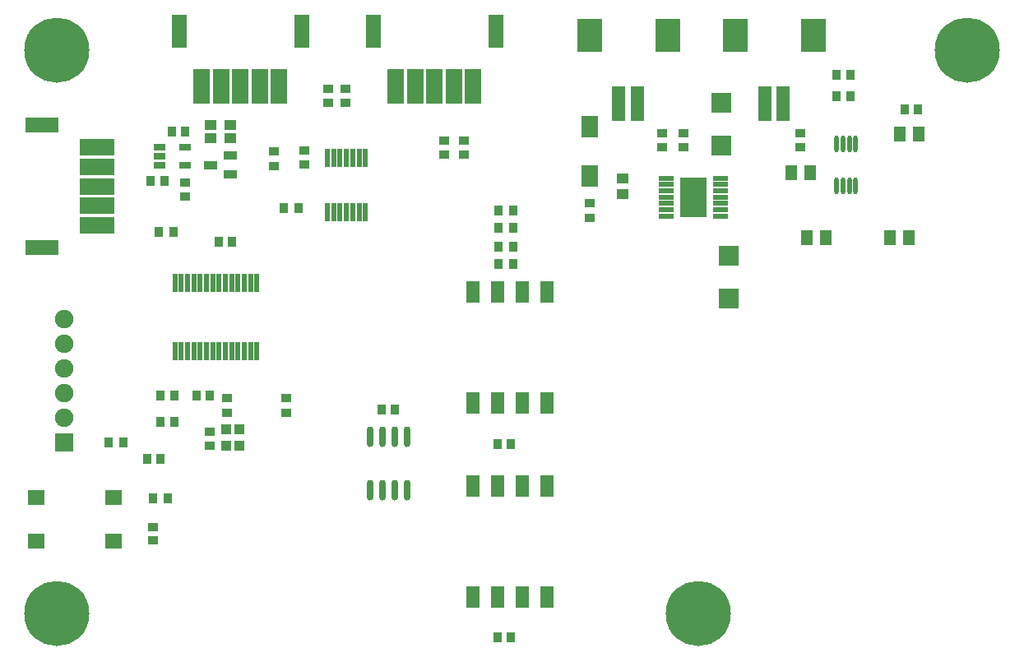
<source format=gts>
G04 Layer: TopSolderMaskLayer*
G04 EasyEDA v6.5.46, 2024-09-04 15:22:54*
G04 7e3de0c28ba0407f9a50c99fc0ac79d7,79071ce94af74c669a867ceed4e6d4b3,10*
G04 Gerber Generator version 0.2*
G04 Scale: 100 percent, Rotated: No, Reflected: No *
G04 Dimensions in millimeters *
G04 leading zeros omitted , absolute positions ,4 integer and 5 decimal *
%FSLAX45Y45*%
%MOMM*%

%AMMACRO1*4,1,8,-0.5171,-0.5016,-0.5766,-0.4421,-0.5766,0.4421,-0.5171,0.5016,0.517,0.5016,0.5766,0.4421,0.5766,-0.4421,0.517,-0.5016,-0.5171,-0.5016,0*%
%AMMACRO2*4,1,8,-0.4211,-0.5008,-0.4508,-0.471,-0.4508,0.4711,-0.4211,0.5008,0.421,0.5008,0.4508,0.4711,0.4508,-0.471,0.421,-0.5008,-0.4211,-0.5008,0*%
%AMMACRO3*4,1,8,-0.5121,-0.5066,-0.5716,-0.4471,-0.5716,0.4471,-0.5121,0.5066,0.5121,0.5066,0.5716,0.4471,0.5716,-0.4471,0.5121,-0.5066,-0.5121,-0.5066,0*%
%AMMACRO4*4,1,8,-0.5707,-0.35,-0.6,-0.3207,-0.6,0.3207,-0.5707,0.35,0.5707,0.35,0.6,0.3207,0.6,-0.3207,0.5707,-0.35,-0.5707,-0.35,0*%
%AMMACRO5*4,1,8,-0.646,-0.4008,-0.6758,-0.371,-0.6758,0.3711,-0.646,0.4008,0.646,0.4008,0.6758,0.3711,0.6758,-0.371,0.646,-0.4008,-0.646,-0.4008,0*%
%AMMACRO6*4,1,8,-0.4711,-0.4508,-0.5008,-0.421,-0.5008,0.4211,-0.4711,0.4508,0.471,0.4508,0.5008,0.4211,0.5008,-0.421,0.471,-0.4508,-0.4711,-0.4508,0*%
%AMMACRO7*4,1,8,-0.5873,-0.7393,-0.6171,-0.7095,-0.6171,0.7095,-0.5873,0.7393,0.5873,0.7393,0.6171,0.7095,0.6171,-0.7095,0.5873,-0.7393,-0.5873,-0.7393,0*%
%AMMACRO8*4,1,8,-0.8311,-1.074,-0.8608,-1.0442,-0.8608,1.0442,-0.8311,1.074,0.831,1.074,0.8608,1.0442,0.8608,-1.0442,0.831,-1.074,-0.8311,-1.074,0*%
%AMMACRO9*4,1,8,-1.0211,-1.0508,-1.0508,-1.021,-1.0508,1.0211,-1.0211,1.0508,1.021,1.0508,1.0508,1.0211,1.0508,-1.021,1.021,-1.0508,-1.0211,-1.0508,0*%
%AMMACRO10*4,1,8,-0.4531,-0.454,-0.4828,-0.4243,-0.4828,0.4243,-0.4531,0.454,0.453,0.454,0.4828,0.4243,0.4828,-0.4243,0.453,-0.454,-0.4531,-0.454,0*%
%AMMACRO11*4,1,8,-0.4243,-0.4828,-0.454,-0.453,-0.454,0.4531,-0.4243,0.4828,0.4243,0.4828,0.454,0.4531,0.454,-0.453,0.4243,-0.4828,-0.4243,-0.4828,0*%
%AMMACRO12*4,1,8,-0.792,-1.8016,-0.8515,-1.7421,-0.8515,1.7421,-0.792,1.8016,0.792,1.8016,0.8515,1.7421,0.8515,-1.7421,0.792,-1.8016,-0.792,-1.8016,0*%
%AMMACRO13*4,1,8,-0.7421,-1.6516,-0.8016,-1.5921,-0.8016,1.5921,-0.7421,1.6516,0.7421,1.6516,0.8016,1.5921,0.8016,-1.5921,0.7421,-1.6516,-0.7421,-1.6516,0*%
%AMMACRO14*4,1,8,-0.621,-1.8009,-0.6507,-1.7711,-0.6507,1.7711,-0.621,1.8009,0.621,1.8009,0.6507,1.7711,0.6507,-1.7711,0.621,-1.8009,-0.621,-1.8009,0*%
%AMMACRO15*4,1,8,-1.2212,-1.7005,-1.251,-1.6708,-1.251,1.6708,-1.2212,1.7005,1.2212,1.7005,1.251,1.6708,1.251,-1.6708,1.2212,-1.7005,-1.2212,-1.7005,0*%
%AMMACRO16*4,1,8,-1.2211,-1.7008,-1.2508,-1.671,-1.2508,1.671,-1.2211,1.7008,1.2211,1.7008,1.2508,1.671,1.2508,-1.671,1.2211,-1.7008,-1.2211,-1.7008,0*%
%AMMACRO17*4,1,8,-0.6136,-1.1176,-0.6731,-1.0581,-0.6731,1.0581,-0.6136,1.1176,0.6136,1.1176,0.6731,1.0581,0.6731,-1.0581,0.6136,-1.1176,-0.6136,-1.1176,0*%
%AMMACRO18*4,1,8,-0.9211,-0.9508,-0.9508,-0.921,-0.9508,0.9211,-0.9211,0.9508,0.921,0.9508,0.9508,0.9211,0.9508,-0.921,0.921,-0.9508,-0.9211,-0.9508,0*%
%AMMACRO19*4,1,8,-1.7421,-0.8515,-1.8016,-0.792,-1.8016,0.792,-1.7421,0.8515,1.7421,0.8515,1.8016,0.792,1.8016,-0.792,1.7421,-0.8515,-1.7421,-0.8515,0*%
%AMMACRO20*4,1,8,-1.5921,-0.8016,-1.6516,-0.7421,-1.6516,0.7421,-1.5921,0.8016,1.5921,0.8016,1.6516,0.7421,1.6516,-0.7421,1.5921,-0.8016,-1.5921,-0.8016,0*%
%AMMACRO21*4,1,8,-0.4211,-0.4828,-0.4508,-0.453,-0.4508,0.4531,-0.4211,0.4828,0.421,0.4828,0.4508,0.4531,0.4508,-0.453,0.421,-0.4828,-0.4211,-0.4828,0*%
%AMMACRO22*4,1,8,-0.817,-0.7516,-0.8766,-0.692,-0.8766,0.6921,-0.817,0.7516,0.817,0.7516,0.8766,0.6921,0.8766,-0.692,0.817,-0.7516,-0.817,-0.7516,0*%
%AMMACRO23*4,1,8,-0.7211,-0.2508,-0.7508,-0.221,-0.7508,0.2211,-0.7211,0.2508,0.721,0.2508,0.7508,0.2211,0.7508,-0.221,0.721,-0.2508,-0.7211,-0.2508,0*%
%AMMACRO24*4,1,8,-1.3461,-2.0508,-1.3758,-2.021,-1.3758,2.0211,-1.3461,2.0508,1.346,2.0508,1.3758,2.0211,1.3758,-2.021,1.346,-2.0508,-1.3461,-2.0508,0*%
%AMMACRO25*4,1,8,-0.2211,-0.9008,-0.2508,-0.871,-0.2508,0.8711,-0.2211,0.9008,0.221,0.9008,0.2508,0.8711,0.2508,-0.871,0.221,-0.9008,-0.2211,-0.9008,0*%
%AMMACRO26*4,1,8,-0.2292,-0.935,-0.235,-0.9291,-0.235,0.9292,-0.2292,0.935,0.2291,0.935,0.235,0.9292,0.235,-0.9291,0.2291,-0.935,-0.2292,-0.935,0*%
%AMMACRO27*4,1,8,-0.5207,-0.5,-0.55,-0.4707,-0.55,0.4707,-0.5207,0.5,0.5207,0.5,0.55,0.4707,0.55,-0.4707,0.5207,-0.5,-0.5207,-0.5,0*%
%ADD10MACRO1*%
%ADD11MACRO2*%
%ADD12MACRO3*%
%ADD13MACRO4*%
%ADD14MACRO5*%
%ADD15MACRO6*%
%ADD16MACRO7*%
%ADD17MACRO8*%
%ADD18MACRO9*%
%ADD19MACRO10*%
%ADD20MACRO11*%
%ADD21MACRO12*%
%ADD22MACRO13*%
%ADD23MACRO14*%
%ADD24MACRO15*%
%ADD25MACRO16*%
%ADD26MACRO17*%
%ADD27C,1.9016*%
%ADD28MACRO18*%
%ADD29MACRO19*%
%ADD30MACRO20*%
%ADD31MACRO21*%
%ADD32MACRO22*%
%ADD33O,0.4656074X1.7635982000000001*%
%ADD34MACRO23*%
%ADD35MACRO24*%
%ADD36MACRO25*%
%ADD37O,0.68961X2.1466048*%
%ADD38MACRO26*%
%ADD39MACRO27*%
%ADD40C,6.7032*%
%ADD41C,0.0126*%

%LPD*%
D10*
G01*
X6438900Y4923789D03*
G01*
X6438900Y5083810D03*
D11*
G01*
X1936899Y5562600D03*
G01*
X1796900Y5562600D03*
G01*
X1581000Y5054600D03*
G01*
X1720999Y5054600D03*
D12*
G01*
X2400300Y5495594D03*
G01*
X2400300Y5629605D03*
G01*
X2197100Y5495594D03*
G01*
X2197100Y5629605D03*
D13*
G01*
X1933402Y5403596D03*
G01*
X1933402Y5213604D03*
G01*
X1673395Y5403596D03*
G01*
X1673402Y5213604D03*
G01*
X1673402Y5308600D03*
D14*
G01*
X2398699Y5124704D03*
G01*
X2398699Y5314694D03*
G01*
X2198700Y5219698D03*
D11*
G01*
X8642200Y6146800D03*
G01*
X8782199Y6146800D03*
G01*
X8782199Y5930900D03*
G01*
X8642200Y5930900D03*
D15*
G01*
X8267700Y5543699D03*
G01*
X8267700Y5403700D03*
D11*
G01*
X9340700Y5791200D03*
G01*
X9480699Y5791200D03*
D16*
G01*
X8364326Y5143500D03*
G01*
X8171073Y5143500D03*
G01*
X9288673Y5537200D03*
G01*
X9481926Y5537200D03*
D15*
G01*
X7061200Y5543699D03*
G01*
X7061200Y5403700D03*
G01*
X6845300Y5403700D03*
G01*
X6845300Y5543699D03*
D17*
G01*
X6096002Y5102854D03*
G01*
X6096002Y5615950D03*
D18*
G01*
X7454900Y5858799D03*
G01*
X7454900Y5418800D03*
G01*
X7531100Y3844000D03*
G01*
X7531100Y4283999D03*
D19*
G01*
X6096000Y4825124D03*
G01*
X6096000Y4674475D03*
D20*
G01*
X5157075Y4572000D03*
G01*
X5307724Y4572000D03*
G01*
X5307724Y4381500D03*
G01*
X5157075Y4381500D03*
G01*
X5307724Y4749800D03*
G01*
X5157075Y4749800D03*
G01*
X5307724Y4203700D03*
G01*
X5157075Y4203700D03*
D16*
G01*
X8336173Y4470400D03*
G01*
X8529426Y4470400D03*
G01*
X9187073Y4470400D03*
G01*
X9380326Y4470400D03*
D11*
G01*
X3955900Y2705100D03*
G01*
X4095899Y2705100D03*
G01*
X5148595Y357746D03*
G01*
X5288594Y357746D03*
G01*
X5149700Y2349500D03*
G01*
X5289699Y2349500D03*
D20*
G01*
X1601075Y1790700D03*
G01*
X1751724Y1790700D03*
D19*
G01*
X2971800Y2818524D03*
G01*
X2971800Y2667875D03*
D20*
G01*
X1294524Y2362200D03*
G01*
X1143875Y2362200D03*
D15*
G01*
X2184400Y2330300D03*
G01*
X2184400Y2470299D03*
D19*
G01*
X2362200Y2818524D03*
G01*
X2362200Y2667875D03*
D11*
G01*
X2050900Y2844800D03*
G01*
X2190899Y2844800D03*
G01*
X2279500Y4432300D03*
G01*
X2419499Y4432300D03*
G01*
X1542900Y2197100D03*
G01*
X1682899Y2197100D03*
G01*
X1682600Y2844800D03*
G01*
X1822599Y2844800D03*
D15*
G01*
X1600200Y1492399D03*
G01*
X1600200Y1352400D03*
D19*
G01*
X1930400Y5041024D03*
G01*
X1930400Y4890375D03*
D20*
G01*
X1815224Y4533900D03*
G01*
X1664575Y4533900D03*
D15*
G01*
X3162300Y5365899D03*
G01*
X3162300Y5225900D03*
D19*
G01*
X4800600Y5472824D03*
G01*
X4800600Y5322175D03*
G01*
X4597400Y5472824D03*
G01*
X4597400Y5322175D03*
G01*
X2844800Y5207875D03*
G01*
X2844800Y5358524D03*
D20*
G01*
X2947275Y4775200D03*
G01*
X3097924Y4775200D03*
D19*
G01*
X3581400Y6006224D03*
G01*
X3581400Y5855575D03*
G01*
X3403600Y6006224D03*
G01*
X3403600Y5855575D03*
D21*
G01*
X2901899Y6030010D03*
G01*
X2701899Y6030010D03*
G01*
X2501900Y6030010D03*
G01*
X2301900Y6030010D03*
G01*
X2101900Y6030010D03*
D22*
G01*
X3131896Y6595008D03*
G01*
X1871903Y6595008D03*
D21*
G01*
X4900000Y6030010D03*
G01*
X4700000Y6030010D03*
G01*
X4500001Y6030010D03*
G01*
X4300001Y6030010D03*
G01*
X4100001Y6030010D03*
D22*
G01*
X5129997Y6595008D03*
G01*
X3870004Y6595008D03*
D23*
G01*
X6592303Y5852490D03*
G01*
X6399085Y5850001D03*
D24*
G01*
X6099873Y6549999D03*
D25*
G01*
X6900138Y6549923D03*
D23*
G01*
X8092302Y5852490D03*
G01*
X7899085Y5850001D03*
D24*
G01*
X7599873Y6549999D03*
D25*
G01*
X8400138Y6549923D03*
D26*
G01*
X4897902Y2772697D03*
G01*
X5151902Y2772697D03*
G01*
X5405902Y2772697D03*
G01*
X5659902Y2772697D03*
G01*
X5659902Y3915900D03*
G01*
X5405902Y3915900D03*
G01*
X5151902Y3915900D03*
G01*
X4897902Y3915900D03*
G01*
X4897899Y772698D03*
G01*
X5151899Y772698D03*
G01*
X5405899Y772698D03*
G01*
X5659899Y772698D03*
G01*
X5659899Y1915901D03*
G01*
X5405899Y1915901D03*
G01*
X5151899Y1915901D03*
G01*
X4897899Y1915901D03*
D27*
G01*
X685800Y3634994D03*
G01*
X685800Y3380994D03*
G01*
X685800Y3126994D03*
G01*
X685800Y2872994D03*
G01*
X685800Y2618994D03*
D28*
G01*
X685800Y2365001D03*
D29*
G01*
X1027590Y5399999D03*
G01*
X1027590Y5199999D03*
G01*
X1027590Y5000000D03*
G01*
X1027590Y4800000D03*
G01*
X1027590Y4600000D03*
D30*
G01*
X462592Y5629996D03*
G01*
X462592Y4370003D03*
D31*
G01*
X1682600Y2578100D03*
G01*
X1822599Y2578100D03*
D32*
G01*
X402589Y1799793D03*
G01*
X1197610Y1799793D03*
G01*
X402589Y1349806D03*
G01*
X1197610Y1349806D03*
D33*
G01*
X8640089Y5006594D03*
G01*
X8705113Y5006594D03*
G01*
X8770111Y5006594D03*
G01*
X8835110Y5006594D03*
G01*
X8640089Y5432805D03*
G01*
X8705113Y5432805D03*
G01*
X8770111Y5432805D03*
G01*
X8835110Y5432805D03*
D34*
G01*
X6882790Y5084495D03*
G01*
X6882790Y5019497D03*
G01*
X6882790Y4954498D03*
G01*
X6882790Y4889500D03*
G01*
X6882790Y4824501D03*
G01*
X6882790Y4759502D03*
G01*
X6882790Y4694504D03*
G01*
X7442809Y4694504D03*
G01*
X7442809Y4759502D03*
G01*
X7442809Y4824501D03*
G01*
X7442809Y4889500D03*
G01*
X7442809Y4954498D03*
G01*
X7442809Y5019497D03*
G01*
X7442809Y5084495D03*
D35*
G01*
X7162800Y4889500D03*
D36*
G01*
X3399104Y4736490D03*
G01*
X3464102Y4736490D03*
G01*
X3529101Y4736490D03*
G01*
X3594100Y4736490D03*
G01*
X3659098Y4736490D03*
G01*
X3724097Y4736490D03*
G01*
X3789095Y4736490D03*
G01*
X3789095Y5296509D03*
G01*
X3724097Y5296509D03*
G01*
X3659098Y5296509D03*
G01*
X3594100Y5296509D03*
G01*
X3529101Y5296509D03*
G01*
X3464102Y5296509D03*
G01*
X3399104Y5296509D03*
D37*
G01*
X4216400Y2423540D03*
G01*
X4089400Y2423540D03*
G01*
X3962400Y2423540D03*
G01*
X3835400Y2423540D03*
G01*
X4216400Y1869059D03*
G01*
X4089400Y1869059D03*
G01*
X3962400Y1869059D03*
G01*
X3835400Y1869059D03*
D38*
G01*
X1828800Y3302000D03*
G01*
X1893801Y3302000D03*
G01*
X1958799Y3302000D03*
G01*
X2023800Y3302000D03*
G01*
X2088799Y3302000D03*
G01*
X2153800Y3302000D03*
G01*
X2218799Y3302000D03*
G01*
X2673799Y3302000D03*
G01*
X2608800Y3302000D03*
G01*
X2543799Y3302000D03*
G01*
X2478801Y3302000D03*
G01*
X2413800Y3302000D03*
G01*
X2348798Y3302000D03*
G01*
X2283800Y3302000D03*
G01*
X2283800Y4002001D03*
G01*
X2348798Y4002001D03*
G01*
X2413800Y4002001D03*
G01*
X2478801Y4002001D03*
G01*
X2543799Y4002001D03*
G01*
X2608800Y4002001D03*
G01*
X2673799Y4002001D03*
G01*
X2218799Y4002001D03*
G01*
X2153800Y4002001D03*
G01*
X2088799Y4002001D03*
G01*
X2023800Y4002001D03*
G01*
X1958799Y4002001D03*
G01*
X1893801Y4002001D03*
G01*
X1828800Y4002001D03*
D39*
G01*
X2359155Y2330500D03*
G01*
X2359160Y2495499D03*
G01*
X2492251Y2330500D03*
G01*
X2492251Y2495499D03*
D40*
G01*
X614502Y6399987D03*
G01*
X614502Y599998D03*
G01*
X7213600Y599998D03*
G01*
X9984993Y6399987D03*
M02*

</source>
